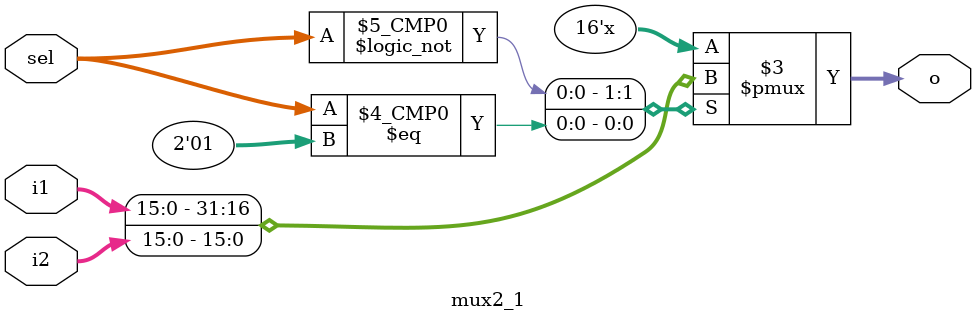
<source format=v>
module mux4_1 (sel, i1, i2, i3, i4, o);
    input [1:0] sel;
    input [15:0] i1, i2, i3, i4;
    output reg [15:0] o;

    always @ (*) begin
      case (sel)
        0: o = i1;
        1: o = i2;
        2: o = i3;
        3: o = i4;
      endcase
    end

endmodule


module mux2_1 (sel, i1, i2, o);
  input [1:0] sel;
  input [15:0] i1, i2;
  output reg [15:0] o;

  always @ (*) begin
    case (sel)
      0: o = i1;
      1: o = i2;
    endcase
  end

endmodule
</source>
